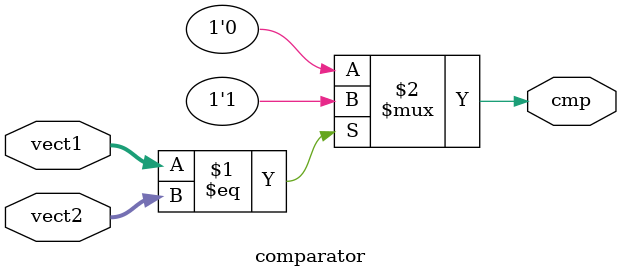
<source format=sv>



module comparator 
	(
   // Input, Output Ports
	input logic [3:0] vect1,
	input logic [3:0] vect2,
	output logic cmp
   );
	
   // Combinatorial logic
      
 	assign cmp = (vect1 == vect2) ? 1'b1 : 1'b0;
		
	

endmodule

</source>
